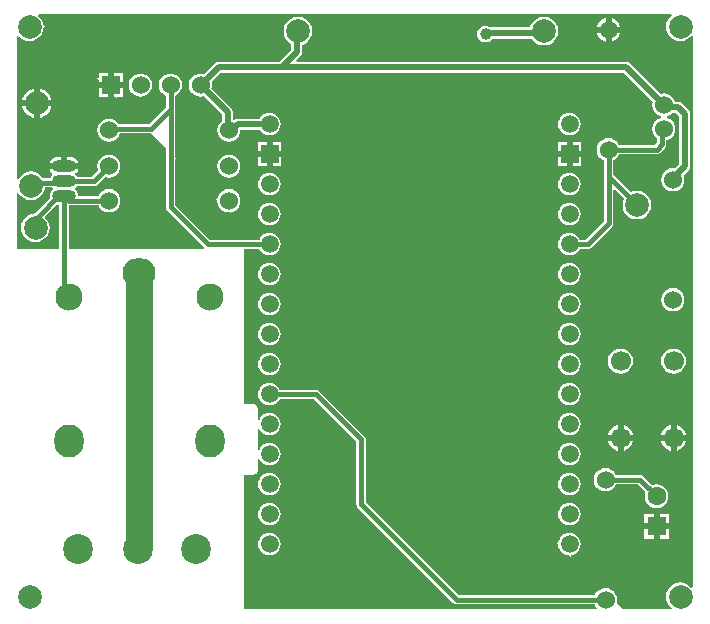
<source format=gtl>
%FSTAX23Y23*%
%MOIN*%
%SFA1B1*%

%IPPOS*%
%ADD14C,0.078740*%
%ADD29C,0.015000*%
%ADD30C,0.020000*%
%ADD31C,0.090000*%
%ADD32O,0.079000X0.042000*%
%ADD33C,0.066930*%
%ADD34C,0.060000*%
%ADD35C,0.059060*%
%ADD36R,0.059060X0.059060*%
%ADD37R,0.062990X0.062990*%
%ADD38C,0.062990*%
%ADD39O,0.098430X0.110240*%
%ADD40C,0.090550*%
%ADD41O,0.110240X0.098430*%
%ADD42R,0.060000X0.060000*%
%ADD43C,0.099610*%
%ADD44C,0.039370*%
%LNboard-1*%
%LPD*%
G36*
X0219Y01986D02*
X02186Y01983D01*
X02178Y01973*
X02173Y01962*
X02172Y0195*
X02173Y01937*
X02178Y01926*
X02186Y01916*
X02196Y01908*
X02207Y01903*
X0222Y01902*
X02232Y01903*
X02243Y01908*
X02253Y01916*
X02256Y0192*
X02261Y01918*
Y00081*
X02256Y00079*
X02253Y00083*
X02243Y00091*
X02232Y00096*
X0222Y00097*
X02207Y00096*
X02196Y00091*
X02186Y00083*
X02178Y00073*
X02173Y00062*
X02172Y0005*
X02173Y00037*
X02178Y00026*
X02186Y00016*
X0219Y00013*
X02188Y00008*
X02027*
X02006Y00028*
X02007Y0003*
X02008Y0004*
X02007Y00049*
X02003Y00059*
X01997Y00067*
X01989Y00073*
X01979Y00077*
X0197Y00078*
X0196Y00077*
X01959Y00076*
X01955Y00079*
X01954Y00074*
X0195Y00073*
X01942Y00067*
X01936Y00059*
X01935Y00055*
X01481*
X0117Y00366*
Y00575*
X01169Y00581*
X01166Y00586*
X01016Y00736*
X01011Y00739*
X01005Y0074*
X00884*
X00882Y00743*
X00876Y00751*
X00868Y00757*
X00859Y00761*
X0085Y00762*
X0084Y00761*
X00831Y00757*
X00823Y00751*
X00817Y00743*
X00813Y00734*
X00812Y00725*
X00813Y00715*
X00817Y00706*
X00823Y00698*
X00831Y00692*
X0084Y00688*
X0085Y00687*
X00859Y00688*
X00868Y00692*
X00876Y00698*
X00882Y00706*
X00884Y00709*
X00998*
X01139Y00568*
Y0036*
X0114Y00353*
X01143Y00348*
X01463Y00028*
X01468Y00025*
X01475Y00024*
X01935*
X01936Y0002*
X01942Y00013*
X01942Y00011*
X01941Y00008*
X00765*
Y00456*
X00794*
X00797Y00457*
X00801Y00458*
X00804Y0046*
X00807Y00463*
X00808Y00466*
X0081Y00469*
X0081Y00473*
Y00508*
X00815Y00509*
X00817Y00506*
X00823Y00498*
X00831Y00492*
X0084Y00488*
X0085Y00487*
X00859Y00488*
X00868Y00492*
X00876Y00498*
X00882Y00506*
X00886Y00515*
X00887Y00525*
X00886Y00534*
X00882Y00543*
X00876Y00551*
X00868Y00557*
X00859Y00561*
X0085Y00562*
X0084Y00561*
X00831Y00557*
X00823Y00551*
X00817Y00543*
X00815Y0054*
X0081Y00541*
Y00608*
X00815Y00609*
X00817Y00606*
X00823Y00598*
X00831Y00592*
X0084Y00588*
X0085Y00587*
X00859Y00588*
X00868Y00592*
X00876Y00598*
X00882Y00606*
X00886Y00615*
X00887Y00625*
X00886Y00634*
X00882Y00643*
X00876Y00651*
X00868Y00657*
X00859Y00661*
X0085Y00662*
X0084Y00661*
X00831Y00657*
X00823Y00651*
X00817Y00643*
X00815Y0064*
X0081Y00641*
Y00676*
X0081Y0068*
X00808Y00683*
X00807Y00686*
X00804Y00689*
X00801Y00691*
X00797Y00692*
X00794Y00693*
X00765*
Y01209*
X00815*
X00817Y01206*
X00823Y01198*
X00831Y01192*
X0084Y01188*
X0085Y01187*
X00858Y01188*
X00862Y01184*
X00863Y0119*
X00868Y01192*
X00876Y01198*
X00882Y01206*
X00886Y01215*
X00887Y01225*
X00886Y01234*
X00882Y01243*
X00876Y01251*
X00868Y01257*
X00859Y01261*
X0085Y01262*
X0084Y01261*
X00831Y01257*
X00823Y01251*
X00817Y01243*
X00815Y0124*
X00806*
X0074Y01307*
X00802Y01245*
X008Y0124*
X00651*
X00535Y01356*
Y01507*
X0054Y01509*
X00586Y01462*
X00535Y01514*
Y01675*
Y0172*
X00539Y01721*
X00547Y01727*
X00553Y01735*
X00557Y01745*
X00558Y01755*
X00557Y01764*
X00553Y01774*
X00547Y01782*
X00539Y01788*
X00529Y01792*
X0052Y01793*
X0051Y01792*
X005Y01788*
X00492Y01782*
X00486Y01774*
X00482Y01764*
X00481Y01755*
X00482Y01745*
X00486Y01735*
X00492Y01727*
X005Y01721*
X00504Y0172*
Y01681*
X00448Y01625*
X00425*
X0042Y0163*
X00418Y01625*
X00346*
X00342Y01632*
X00334Y01638*
X00324Y01642*
X00315Y01643*
X00305Y01642*
X00295Y01638*
X00287Y01632*
X00281Y01624*
X00277Y01614*
X00276Y01605*
X00277Y01595*
X00281Y01585*
X00287Y01577*
X00295Y01571*
X00305Y01567*
X00315Y01566*
X00324Y01567*
X00334Y01571*
X00342Y01577*
X00348Y01585*
X00351Y01594*
X00455*
X00456Y01594*
X00504Y01546*
Y0135*
X00505Y01343*
X00508Y01338*
X00632Y01215*
X00631Y0121*
X0063Y0121*
X0018*
Y01354*
X0028*
X00281Y0135*
X00287Y01342*
X00295Y01336*
X00305Y01332*
X00315Y01331*
X00324Y01332*
X00334Y01336*
X00342Y01342*
X00348Y0135*
X00352Y0136*
X00353Y0137*
X00352Y01379*
X00348Y01389*
X00342Y01397*
X00334Y01403*
X00324Y01407*
X00315Y01408*
X00305Y01407*
X00295Y01403*
X00287Y01397*
X00281Y01389*
X0028Y01385*
X00212*
X00211Y01392*
X00208Y01399*
X00204Y01405*
X00201Y01407*
Y01412*
X00204Y01414*
X00207Y01419*
X00265*
X00271Y0142*
X00276Y01423*
X00301Y01449*
X00305Y01447*
X00315Y01446*
X00324Y01447*
X00334Y01451*
X00342Y01457*
X00348Y01465*
X00352Y01475*
X00353Y01485*
X00352Y01494*
X00348Y01504*
X00342Y01512*
X00334Y01518*
X00324Y01522*
X00315Y01523*
X00305Y01522*
X00295Y01518*
X00287Y01512*
X00281Y01504*
X00277Y01494*
X00276Y01485*
X00277Y01475*
X00279Y01471*
X00258Y0145*
X00207*
X00204Y01455*
X00203Y01456*
Y01461*
X00205Y01462*
X0021Y01469*
X00212Y01475*
X00165*
X00117*
X00119Y01469*
X00124Y01462*
X00126Y01461*
Y01456*
X00125Y01455*
X00121Y01449*
X00119Y01445*
X00095*
X00088Y01453*
X00078Y01461*
X00067Y01466*
X00055Y01467*
X00042Y01466*
X00031Y01461*
X00021Y01453*
X00013Y01443*
X00013Y01442*
X00008Y01443*
Y01918*
X00013Y0192*
X00016Y01916*
X00026Y01908*
X00037Y01903*
X0005Y01902*
X00062Y01903*
X00073Y01908*
X00083Y01916*
X00091Y01926*
X00096Y01937*
X00097Y01949*
X00099Y0195*
X00102Y01952*
X00096Y01957*
X00096Y01962*
X00091Y01973*
X00083Y01983*
X00079Y01986*
X00081Y01991*
X02188*
X0219Y01986*
G37*
G36*
X00128Y01412D02*
Y01407D01*
X00125Y01405*
X00121Y01399*
X00118Y01392*
X00117Y01385*
X00118Y01378*
X00071Y01331*
X00068Y01327*
X00057Y01326*
X00046Y01321*
X00036Y01313*
X00028Y01303*
X00023Y01292*
X00022Y0128*
X00023Y01267*
X00028Y01256*
X00036Y01246*
X00046Y01238*
X00057Y01233*
X0007Y01232*
X00082Y01233*
X00093Y01238*
X00103Y01246*
X00111Y01256*
X00116Y01267*
X00117Y0128*
X00116Y01292*
X00111Y01303*
X00103Y01313*
X00103Y01314*
X00102Y01319*
X0014Y01356*
X00146Y01355*
X00149*
Y0121*
X00008*
Y01396*
X00013Y01397*
X00013Y01396*
X00021Y01386*
X00031Y01378*
X00042Y01373*
X00055Y01372*
X00067Y01373*
X00078Y01378*
X00088Y01386*
X00096Y01396*
X00101Y01407*
X00101Y01414*
X00126*
X00128Y01412*
G37*
%LNboard-2*%
%LPC*%
G36*
X0199Y01979D02*
Y0195D01*
X02019*
X02018Y0195*
X02014Y0196*
X02008Y01968*
X02Y01974*
X0199Y01978*
X0199Y01979*
G37*
G36*
X0197D02*
X01969Y01978D01*
X01959Y01974*
X01951Y01968*
X01945Y0196*
X01941Y0195*
X0194Y0195*
X0197*
Y01979*
G37*
G36*
X01765Y01982D02*
X01752Y01981D01*
X01741Y01976*
X01731Y01968*
X01723Y01958*
X01718Y01947*
X01718Y01947*
X01586*
X01583Y01949*
X01577Y01951*
X0157Y01952*
X01562Y01951*
X01556Y01949*
X0155Y01944*
X01545Y01938*
X01543Y01932*
X01542Y01925*
X01543Y01917*
X01545Y01911*
X0155Y01905*
X01556Y019*
X01562Y01898*
X0157Y01897*
X01577Y01898*
X01583Y019*
X01589Y01905*
X01593Y0191*
X01724*
X01731Y01901*
X01741Y01893*
X01752Y01888*
X01765Y01887*
X01777Y01888*
X01788Y01893*
X01798Y01901*
X01806Y01911*
X01811Y01922*
X01812Y01935*
X01811Y01947*
X01806Y01958*
X01798Y01968*
X01788Y01976*
X01777Y01981*
X01765Y01982*
G37*
G36*
X02019Y0193D02*
X0199D01*
Y019*
X0199Y01901*
X02Y01905*
X02008Y01911*
X02014Y01919*
X02018Y01929*
X02019Y0193*
G37*
G36*
X0197D02*
X0194D01*
X01941Y01929*
X01945Y01919*
X01951Y01911*
X01959Y01905*
X01969Y01901*
X0197Y019*
Y0193*
G37*
G36*
X0036Y01795D02*
X0033D01*
Y01765*
X0036*
Y01795*
G37*
G36*
X0031D02*
X0028D01*
Y01779*
X00275Y01777*
X0028Y01772*
Y01765*
X0031*
Y01795*
G37*
G36*
X0042Y01793D02*
X0041Y01792D01*
X004Y01788*
X00392Y01782*
X00386Y01774*
X00382Y01764*
X00381Y01755*
X00382Y01745*
X00386Y01735*
X00392Y01727*
X004Y01721*
X0041Y01717*
X0042Y01716*
X00429Y01717*
X00439Y01721*
X00447Y01727*
X00453Y01735*
X00457Y01745*
X00458Y01755*
X00457Y01764*
X00453Y01774*
X00447Y01782*
X00439Y01788*
X00429Y01792*
X0042Y01793*
G37*
G36*
X0031Y01745D02*
X0028D01*
Y01715*
X0031*
Y01745*
G37*
G36*
X0036D02*
X0033D01*
Y01715*
X00337*
X00344Y01707*
X00341Y0171*
X00343Y01715*
X0036*
Y01745*
G37*
G36*
X00085Y01743D02*
Y01705D01*
X00123*
X00123Y01707*
X00118Y01719*
X0011Y0173*
X00099Y01738*
X00087Y01743*
X00085Y01743*
G37*
G36*
X00065D02*
X00062Y01743D01*
X0005Y01738*
X00039Y0173*
X00031Y01719*
X00026Y01707*
X00026Y01705*
X00065*
Y01743*
G37*
G36*
X00347Y01705D02*
X00353Y01698D01*
X00347Y01705*
G37*
G36*
X00357Y01694D02*
X00363Y01688D01*
X00357Y01694*
G37*
G36*
X00366Y01685D02*
X00372Y01678D01*
X00366Y01685*
G37*
G36*
X00373Y01677D02*
X00376Y01675D01*
X00373Y01677*
G37*
G36*
X00378Y01672D02*
X00382Y01669D01*
X00378Y01672*
G37*
G36*
X00384Y01667D02*
X00386Y01665D01*
X00384Y01667*
G37*
G36*
X00388Y01662D02*
X00389Y01661D01*
X00388Y01662*
G37*
G36*
X0039Y01661D02*
X00391Y0166D01*
X0039Y01661*
G37*
G36*
X00391Y01659D02*
X00394Y01657D01*
X00391Y01659*
G37*
G36*
X00396Y01655D02*
X00399Y01652D01*
X00396Y01655*
G37*
G36*
X00399Y01651D02*
X00399Y01651D01*
X00399Y01651*
G37*
G36*
X00402Y01649D02*
X00402Y01649D01*
X00402Y01649*
G37*
G36*
X00404Y01646D02*
X00404Y01646D01*
X00404Y01646*
G37*
G36*
X00123Y01685D02*
X00085D01*
Y01646*
X00087Y01646*
X00099Y01651*
X0011Y01659*
X00118Y0167*
X00123Y01682*
X00123Y01685*
G37*
G36*
X00065D02*
X00026D01*
X00026Y01682*
X00031Y0167*
X00039Y01659*
X0005Y01651*
X00062Y01646*
X00065Y01646*
Y01685*
G37*
G36*
X00407Y01643D02*
X00408Y01643D01*
X00407Y01643*
G37*
G36*
X00408Y01643D02*
X00409Y01642D01*
X00408Y01643*
G37*
G36*
X0041Y0164D02*
X00412Y01638D01*
X0041Y0164*
G37*
G36*
X00413Y01638D02*
X00416Y01634D01*
X00413Y01638*
G37*
G36*
X00416Y01634D02*
X00419Y01632D01*
X00416Y01634*
G37*
G36*
X0185Y01662D02*
X0184Y01661D01*
X01831Y01657*
X01823Y01651*
X01817Y01643*
X01813Y01634*
X01812Y01625*
X01813Y01615*
X01817Y01606*
X01823Y01598*
X01831Y01592*
X0184Y01588*
X0185Y01587*
X01859Y01588*
X01868Y01592*
X01876Y01598*
X01882Y01606*
X01886Y01615*
X01887Y01625*
X01886Y01634*
X01882Y01643*
X01876Y01651*
X01868Y01657*
X01859Y01661*
X0185Y01662*
G37*
G36*
X01889Y01564D02*
X0186D01*
Y01535*
X01889*
Y01564*
G37*
G36*
X00889D02*
X0086D01*
Y01535*
X00889*
Y01564*
G37*
G36*
X0184D02*
X0181D01*
Y01535*
X0184*
Y01564*
G37*
G36*
X0084D02*
X0081D01*
Y01535*
X0084*
Y01564*
G37*
G36*
X00183Y01516D02*
X00175D01*
Y01495*
X00212*
X0021Y015*
X00205Y01507*
X00199Y01512*
X00191Y01515*
X00183Y01516*
G37*
G36*
X00155D02*
X00146D01*
X00138Y01515*
X0013Y01512*
X00124Y01507*
X00119Y015*
X00117Y01495*
X00155*
Y01516*
G37*
G36*
X01889Y01515D02*
X0186D01*
Y01485*
X01889*
Y01515*
G37*
G36*
X0184D02*
X0181D01*
Y01485*
X0184*
Y01515*
G37*
G36*
X00889D02*
X0086D01*
Y01485*
X00889*
Y01515*
G37*
G36*
X0084D02*
X0081D01*
Y01485*
X0084*
Y01515*
G37*
G36*
X00945Y01982D02*
X00932Y01981D01*
X00921Y01976*
X00911Y01968*
X00903Y01958*
X00898Y01947*
X00897Y01935*
X00898Y01922*
X00903Y01911*
X00911Y01901*
X00921Y01893*
X00922Y01893*
Y01873*
X00882Y01833*
X0068*
X00672Y01831*
X00667Y01827*
X0063Y01791*
X00629Y01792*
X0062Y01793*
X0061Y01792*
X006Y01788*
X00592Y01782*
X00586Y01774*
X00582Y01764*
X00581Y01755*
X00582Y01745*
X00586Y01735*
X00592Y01727*
X006Y01721*
X0061Y01717*
X0062Y01716*
X00629Y01717*
X0063Y01718*
X00691Y01657*
Y01634*
X00687Y01632*
X00681Y01624*
X00677Y01614*
X00676Y01605*
X00677Y01595*
X00681Y01585*
X00687Y01577*
X00695Y01571*
X00705Y01567*
X00715Y01566*
X00724Y01567*
X00734Y01571*
X00742Y01577*
X00748Y01585*
X00752Y01595*
X00753Y01605*
X00758Y01606*
X00816*
X00817Y01606*
X00823Y01598*
X00831Y01592*
X0084Y01588*
X0085Y01587*
X00859Y01588*
X00868Y01592*
X00876Y01598*
X00882Y01606*
X00886Y01615*
X00887Y01625*
X00886Y01634*
X00882Y01643*
X00876Y01651*
X00868Y01657*
X00859Y01661*
X0085Y01662*
X0084Y01661*
X00831Y01657*
X00823Y01651*
X00817Y01643*
X00816Y01643*
X00745*
X00738Y01641*
X00733Y01638*
X00728Y0164*
Y01665*
X00726Y01672*
X00722Y01677*
X00656Y01744*
X00657Y01745*
X00658Y01755*
X00657Y01764*
X00656Y01765*
X00687Y01796*
X02031*
X02128Y01699*
X02127Y01698*
X02126Y01688*
X02127Y01678*
X02131Y01669*
X02137Y01661*
X02145Y01655*
X02154Y01651*
X02155Y01649*
Y01649*
X02154Y01646*
X02145Y01643*
X02137Y01637*
X02131Y01629*
X02127Y01619*
X02126Y0161*
X02127Y016*
X02131Y0159*
X02137Y01582*
X02141Y01579*
Y01564*
X02133Y01555*
X02014*
X02013Y01559*
X02007Y01567*
X01999Y01573*
X01989Y01577*
X0198Y01578*
X0197Y01577*
X0196Y01573*
X01952Y01567*
X01946Y01559*
X01942Y01549*
X01941Y0154*
X01942Y0153*
X01946Y0152*
X01952Y01512*
X0196Y01506*
X01964Y01505*
Y0145*
Y01301*
X01903Y0124*
X01884*
X01882Y01243*
X01876Y01251*
X01868Y01257*
X01859Y01261*
X0185Y01262*
X0184Y01261*
X01831Y01257*
X01823Y01251*
X01817Y01243*
X01813Y01234*
X01812Y01225*
X01813Y01215*
X01817Y01206*
X01823Y01198*
X01831Y01192*
X0184Y01188*
X0185Y01187*
X01859Y01188*
X01868Y01192*
X01876Y01198*
X01882Y01206*
X01884Y01209*
X0191*
X01916Y0121*
X01921Y01213*
X01991Y01283*
X01994Y01288*
X01995Y01295*
Y01405*
X02Y01407*
X02032Y01375*
X02028Y01367*
X02027Y01355*
X02028Y01342*
X02033Y01331*
X02041Y01321*
X02051Y01313*
X02062Y01308*
X02075Y01307*
X02087Y01308*
X02098Y01313*
X02108Y01321*
X02116Y01331*
X02121Y01342*
X02122Y01355*
X02121Y01367*
X02116Y01378*
X02108Y01388*
X02098Y01396*
X02087Y01401*
X02075Y01402*
X02062Y01401*
X02054Y01397*
X01995Y01456*
Y01505*
X01999Y01506*
X02007Y01512*
X02013Y0152*
X02014Y01524*
X0214*
X02146Y01525*
X02151Y01528*
X02168Y01546*
X02172Y01551*
X02173Y01557*
Y01572*
X02174Y01572*
X02184Y01576*
X02192Y01582*
X02198Y0159*
X02202Y016*
X02203Y0161*
X02202Y01619*
X02198Y01629*
X02192Y01637*
X02184Y01643*
X02175Y01646*
X02174Y01649*
Y01649*
X02175Y01651*
X02184Y01655*
X02192Y01661*
X02192Y01662*
X02206*
X02216Y01652*
Y01492*
X02201Y01477*
X02195Y01478*
X02185Y01477*
X02175Y01473*
X02167Y01467*
X02161Y01459*
X02157Y01449*
X02156Y0144*
X02157Y0143*
X02161Y0142*
X02167Y01412*
X02175Y01406*
X02185Y01402*
X02195Y01401*
X02204Y01402*
X02214Y01406*
X02222Y01412*
X02228Y0142*
X02232Y0143*
X02233Y0144*
X02232Y01449*
X0223Y01454*
X02247Y01471*
X02251Y01477*
X02253Y01484*
Y0166*
X02251Y01667*
X02247Y01672*
X02226Y01694*
X0222Y01698*
X02213Y01699*
X02201*
X02198Y01707*
X02192Y01715*
X02184Y01721*
X02174Y01725*
X02165Y01727*
X02155Y01725*
X02154Y01725*
X02051Y01827*
X02045Y01831*
X02038Y01833*
X0094*
X00938Y01837*
X00953Y01852*
X00957Y01858*
X00958Y01865*
Y01889*
X00968Y01893*
X00978Y01901*
X00986Y01911*
X00991Y01922*
X00992Y01935*
X00991Y01947*
X00986Y01958*
X00978Y01968*
X00968Y01976*
X00957Y01981*
X00945Y01982*
G37*
G36*
X00715Y01523D02*
X00705Y01522D01*
X00695Y01518*
X00687Y01512*
X00681Y01504*
X00677Y01494*
X00676Y01485*
X00677Y01475*
X00681Y01465*
X00687Y01457*
X00695Y01451*
X00705Y01447*
X00715Y01446*
X00724Y01447*
X00734Y01451*
X00742Y01457*
X00748Y01465*
X00752Y01475*
X00753Y01485*
X00752Y01494*
X00748Y01504*
X00742Y01512*
X00734Y01518*
X00724Y01522*
X00715Y01523*
G37*
G36*
X0185Y01462D02*
X0184Y01461D01*
X01831Y01457*
X01823Y01451*
X01817Y01443*
X01813Y01434*
X01812Y01425*
X01813Y01415*
X01817Y01406*
X01823Y01398*
X01831Y01392*
X0184Y01388*
X0185Y01387*
X01859Y01388*
X01868Y01392*
X01876Y01398*
X01882Y01406*
X01886Y01415*
X01887Y01425*
X01886Y01434*
X01882Y01443*
X01876Y01451*
X01868Y01457*
X01859Y01461*
X0185Y01462*
G37*
G36*
X0085D02*
X0084Y01461D01*
X00831Y01457*
X00823Y01451*
X00817Y01443*
X00813Y01434*
X00812Y01425*
X00813Y01415*
X00817Y01406*
X00823Y01398*
X00831Y01392*
X0084Y01388*
X0085Y01387*
X00859Y01388*
X00868Y01392*
X00876Y01398*
X00882Y01406*
X00886Y01415*
X00887Y01425*
X00886Y01434*
X00882Y01443*
X00876Y01451*
X00868Y01457*
X00859Y01461*
X0085Y01462*
G37*
G36*
X00715Y01408D02*
X00705Y01407D01*
X00695Y01403*
X00687Y01397*
X00681Y01389*
X00677Y01379*
X00677Y01377*
X00672Y01375*
X00676Y01371*
X00676Y0137*
X00677Y0136*
X00681Y0135*
X00687Y01342*
X00695Y01336*
X00705Y01332*
X00715Y01331*
X00716Y01331*
X0072Y01327*
X00722Y01332*
X00724Y01332*
X00734Y01336*
X00742Y01342*
X00748Y0135*
X00752Y0136*
X00753Y0137*
X00752Y01379*
X00748Y01389*
X00742Y01397*
X00734Y01403*
X00724Y01407*
X00715Y01408*
G37*
G36*
X0185Y01362D02*
X0184Y01361D01*
X01831Y01357*
X01823Y01351*
X01817Y01343*
X01813Y01334*
X01812Y01325*
X01813Y01315*
X01817Y01306*
X01823Y01298*
X01831Y01292*
X0184Y01288*
X0185Y01287*
X01859Y01288*
X01868Y01292*
X01876Y01298*
X01882Y01306*
X01886Y01315*
X01887Y01325*
X01886Y01334*
X01882Y01343*
X01876Y01351*
X01868Y01357*
X01859Y01361*
X0185Y01362*
G37*
G36*
X0085D02*
X0084Y01361D01*
X00831Y01357*
X00823Y01351*
X00817Y01343*
X00813Y01334*
X00812Y01325*
X00813Y01315*
X00817Y01306*
X00823Y01298*
X00831Y01292*
X0084Y01288*
X0085Y01287*
X00859Y01288*
X00868Y01292*
X00876Y01298*
X00882Y01306*
X00886Y01315*
X00887Y01325*
X00886Y01334*
X00882Y01343*
X00876Y01351*
X00868Y01357*
X00859Y01361*
X0085Y01362*
G37*
G36*
X00883Y01162D02*
X00885Y01161D01*
X00883Y01162*
G37*
G36*
X00902Y01143D02*
X00911Y01134D01*
X00902Y01143*
G37*
G36*
X00947Y01098D02*
X00953Y01092D01*
X00947Y01098*
G37*
G36*
X0185Y01162D02*
X0184Y01161D01*
X01831Y01157*
X01823Y01151*
X01817Y01143*
X01813Y01134*
X01812Y01125*
X01813Y01115*
X01817Y01106*
X01823Y01098*
X01831Y01092*
X0184Y01088*
X0185Y01087*
X01859Y01088*
X01868Y01092*
X01876Y01098*
X01882Y01106*
X01886Y01115*
X01887Y01125*
X01886Y01134*
X01882Y01143*
X01876Y01151*
X01868Y01157*
X01859Y01161*
X0185Y01162*
G37*
G36*
X0085D02*
X0084Y01161D01*
X00831Y01157*
X00823Y01151*
X00817Y01143*
X00813Y01134*
X00812Y01125*
X00813Y01115*
X00817Y01106*
X00823Y01098*
X00831Y01092*
X0084Y01088*
X0085Y01087*
X00859Y01088*
X00868Y01092*
X00876Y01098*
X00882Y01106*
X00886Y01115*
X00887Y01125*
X00886Y01134*
X00882Y01143*
X00876Y01151*
X00868Y01157*
X00859Y01161*
X0085Y01162*
G37*
G36*
X00968Y01077D02*
X00972Y01073D01*
X00968Y01077*
G37*
G36*
X01024Y0102D02*
X01029Y01015D01*
X01024Y0102*
G37*
G36*
X02195Y01078D02*
X02185Y01077D01*
X02175Y01073*
X02167Y01067*
X02161Y01059*
X02157Y01049*
X02156Y0104*
X02157Y0103*
X02161Y0102*
X02167Y01012*
X02175Y01006*
X02185Y01002*
X02195Y01001*
X02204Y01002*
X02214Y01006*
X02222Y01012*
X02228Y0102*
X02232Y0103*
X02233Y0104*
X02232Y01049*
X02228Y01059*
X02222Y01067*
X02214Y01073*
X02204Y01077*
X02195Y01078*
G37*
G36*
X0185Y01062D02*
X0184Y01061D01*
X01831Y01057*
X01823Y01051*
X01817Y01043*
X01813Y01034*
X01812Y01025*
X01813Y01015*
X01817Y01006*
X01823Y00998*
X01831Y00992*
X0184Y00988*
X0185Y00987*
X01859Y00988*
X01868Y00992*
X01876Y00998*
X01882Y01006*
X01886Y01015*
X01887Y01025*
X01886Y01034*
X01882Y01043*
X01876Y01051*
X01868Y01057*
X01859Y01061*
X0185Y01062*
G37*
G36*
X0085D02*
X0084Y01061D01*
X00831Y01057*
X00823Y01051*
X00817Y01043*
X00813Y01034*
X00812Y01025*
X00813Y01015*
X00817Y01006*
X00823Y00998*
X00831Y00992*
X0084Y00988*
X0085Y00987*
X00859Y00988*
X00868Y00992*
X00876Y00998*
X00882Y01006*
X00886Y01015*
X00887Y01025*
X00886Y01034*
X00882Y01043*
X00876Y01051*
X00868Y01057*
X00859Y01061*
X0085Y01062*
G37*
G36*
X01119Y00925D02*
X01128Y00915D01*
X01119Y00925*
G37*
G36*
X0185Y00962D02*
X0184Y00961D01*
X01831Y00957*
X01823Y00951*
X01817Y00943*
X01813Y00934*
X01812Y00925*
X01813Y00915*
X01817Y00906*
X01823Y00898*
X01831Y00892*
X0184Y00888*
X0185Y00887*
X01859Y00888*
X01868Y00892*
X01876Y00898*
X01882Y00906*
X01886Y00915*
X01887Y00925*
X01886Y00934*
X01882Y00943*
X01876Y00951*
X01868Y00957*
X01859Y00961*
X0185Y00962*
G37*
G36*
X0085D02*
X0084Y00961D01*
X00831Y00957*
X00823Y00951*
X00817Y00943*
X00813Y00934*
X00812Y00925*
X00813Y00915*
X00817Y00906*
X00823Y00898*
X00831Y00892*
X0084Y00888*
X0085Y00887*
X00859Y00888*
X00868Y00892*
X00876Y00898*
X00882Y00906*
X00886Y00915*
X00887Y00925*
X00886Y00934*
X00882Y00943*
X00876Y00951*
X00868Y00957*
X00859Y00961*
X0085Y00962*
G37*
G36*
X01219Y00824D02*
X01227Y00815D01*
X01219Y00824*
G37*
G36*
X01236Y00806D02*
X01237Y00805D01*
X01236Y00806*
G37*
G36*
X02197Y00876D02*
X02186Y00875D01*
X02176Y00871*
X02167Y00864*
X0216Y00855*
X02156Y00845*
X02155Y00835*
X02156Y00824*
X0216Y00814*
X02167Y00805*
X02176Y00798*
X02186Y00794*
X02197Y00793*
X02207Y00794*
X02218Y00798*
X02226Y00805*
X02233Y00814*
X02237Y00824*
X02238Y00835*
X02237Y00845*
X02233Y00855*
X02226Y00864*
X02218Y00871*
X02207Y00875*
X02197Y00876*
G37*
G36*
X0202D02*
X02009Y00875D01*
X01999Y00871*
X0199Y00864*
X01983Y00855*
X01979Y00845*
X01978Y00835*
X01979Y00824*
X01983Y00814*
X0199Y00805*
X01999Y00798*
X02009Y00794*
X0202Y00793*
X0203Y00794*
X0204Y00798*
X02049Y00805*
X02056Y00814*
X0206Y00824*
X02061Y00835*
X0206Y00845*
X02056Y00855*
X02049Y00864*
X0204Y00871*
X0203Y00875*
X0202Y00876*
G37*
G36*
X0185Y00862D02*
X0184Y00861D01*
X01831Y00857*
X01823Y00851*
X01817Y00843*
X01813Y00834*
X01812Y00825*
X01813Y00815*
X01817Y00806*
X01823Y00798*
X01831Y00792*
X0184Y00788*
X0185Y00787*
X01859Y00788*
X01868Y00792*
X01876Y00798*
X01882Y00806*
X01886Y00815*
X01887Y00825*
X01886Y00834*
X01882Y00843*
X01876Y00851*
X01868Y00857*
X01859Y00861*
X0185Y00862*
G37*
G36*
X0085D02*
X0084Y00861D01*
X00831Y00857*
X00823Y00851*
X00817Y00843*
X00813Y00834*
X00812Y00825*
X00813Y00815*
X00817Y00806*
X00823Y00798*
X00831Y00792*
X0084Y00788*
X0085Y00787*
X00859Y00788*
X00868Y00792*
X00876Y00798*
X00882Y00806*
X00886Y00815*
X00887Y00825*
X00886Y00834*
X00882Y00843*
X00876Y00851*
X00868Y00857*
X00859Y00861*
X0085Y00862*
G37*
G36*
X01317Y00725D02*
X01326Y00715D01*
X01317Y00725*
G37*
G36*
X0185Y00762D02*
X0184Y00761D01*
X01831Y00757*
X01823Y00751*
X01817Y00743*
X01813Y00734*
X01812Y00725*
X01813Y00715*
X01817Y00706*
X01823Y00698*
X01831Y00692*
X0184Y00688*
X0185Y00687*
X01859Y00688*
X01868Y00692*
X01876Y00698*
X01882Y00706*
X01886Y00715*
X01887Y00725*
X01886Y00734*
X01882Y00743*
X01876Y00751*
X01868Y00757*
X01859Y00761*
X0185Y00762*
G37*
G36*
X01355Y00686D02*
X01358Y00683D01*
X01355Y00686*
G37*
G36*
X0138Y00661D02*
X01383Y00657D01*
X0138Y00661*
G37*
G36*
X01419Y00621D02*
D01*
G37*
G36*
X01424Y00617D02*
X01425Y00615D01*
X01424Y00617*
G37*
G36*
X01432Y00609D02*
X01433Y00608D01*
X01432Y00609*
G37*
G36*
X0145Y0059D02*
X01451Y00589D01*
X0145Y0059*
G37*
G36*
X02207Y00621D02*
Y00589D01*
X02239*
X02239Y0059*
X02235Y00601*
X02228Y0061*
X02219Y00617*
X02208Y00621*
X02207Y00621*
G37*
G36*
X0203D02*
Y00589D01*
X02062*
X02062Y0059*
X02057Y00601*
X02051Y0061*
X02041Y00617*
X02031Y00621*
X0203Y00621*
G37*
G36*
X01451Y00589D02*
D01*
G37*
G36*
X02187Y00621D02*
X02185Y00621D01*
X02175Y00617*
X02166Y0061*
X02159Y00601*
X02154Y0059*
X02154Y00589*
X02187*
Y00621*
G37*
G36*
X0201D02*
X02008Y00621D01*
X01998Y00617*
X01989Y0061*
X01982Y00601*
X01977Y0059*
X01977Y00589*
X0201*
Y00621*
G37*
G36*
X0185Y00662D02*
X0184Y00661D01*
X01831Y00657*
X01823Y00651*
X01817Y00643*
X01813Y00634*
X01812Y00625*
X01813Y00615*
X01817Y00606*
X01823Y00598*
X01831Y00592*
X0184Y00588*
X0185Y00587*
X01859Y00588*
X01868Y00592*
X01876Y00598*
X01882Y00606*
X01886Y00615*
X01887Y00625*
X01886Y00634*
X01882Y00643*
X01876Y00651*
X01868Y00657*
X01859Y00661*
X0185Y00662*
G37*
G36*
X01465Y00575D02*
X01471Y00569D01*
X01465Y00575*
G37*
G36*
X01471Y00569D02*
D01*
G37*
G36*
X01479Y00561D02*
X01483Y00557D01*
X01479Y00561*
G37*
G36*
X01488Y00551D02*
X01492Y00548D01*
X01488Y00551*
G37*
G36*
X02239Y00569D02*
X02207D01*
Y00536*
X02208Y00536*
X02219Y00541*
X02228Y00548*
X02235Y00557*
X02239Y00567*
X02239Y00569*
G37*
G36*
X02062D02*
X0203D01*
Y00536*
X02031Y00536*
X02041Y00541*
X02051Y00548*
X02057Y00557*
X02062Y00567*
X02062Y00569*
G37*
G36*
X02187D02*
X02154D01*
X02154Y00567*
X02159Y00557*
X02166Y00548*
X02175Y00541*
X02185Y00536*
X02187Y00536*
Y00569*
G37*
G36*
X0201D02*
X01977D01*
X01977Y00567*
X01982Y00557*
X01989Y00548*
X01998Y00541*
X02008Y00536*
X0201Y00536*
Y00569*
G37*
G36*
X01503Y00536D02*
X01503Y00536D01*
X01503Y00536*
G37*
G36*
X01515Y00525D02*
X01524Y00515D01*
X01515Y00525*
G37*
G36*
X01531Y00509D02*
X01532Y00508D01*
X01531Y00509*
G37*
G36*
X0185Y00562D02*
X0184Y00561D01*
X01831Y00557*
X01823Y00551*
X01817Y00543*
X01813Y00534*
X01812Y00525*
X01813Y00515*
X01817Y00506*
X01823Y00498*
X01831Y00492*
X0184Y00488*
X0185Y00487*
X01859Y00488*
X01868Y00492*
X01876Y00498*
X01882Y00506*
X01886Y00515*
X01887Y00525*
X01886Y00534*
X01882Y00543*
X01876Y00551*
X01868Y00557*
X01859Y00561*
X0185Y00562*
G37*
G36*
X01552Y00487D02*
X01561Y00478D01*
X01552Y00487*
G37*
G36*
X01562Y00477D02*
X01566Y00473D01*
X01562Y00477*
G37*
G36*
X01573Y00466D02*
X01576Y00463D01*
X01573Y00466*
G37*
G36*
X01578Y00461D02*
X01578Y0046D01*
X01578Y00461*
G37*
G36*
X0158Y00458D02*
X01581Y00457D01*
X0158Y00458*
G37*
G36*
X01614Y00425D02*
X01615Y00424D01*
X01614Y00425*
G37*
G36*
X01618Y0042D02*
X01623Y00415D01*
X01618Y0042*
G37*
G36*
X01632Y00406D02*
X01634Y00404D01*
X01632Y00406*
G37*
G36*
X0185Y00462D02*
X0184Y00461D01*
X01831Y00457*
X01823Y00451*
X01817Y00443*
X01813Y00434*
X01812Y00425*
X01813Y00415*
X01817Y00406*
X01823Y00398*
X01831Y00392*
X0184Y00388*
X0185Y00387*
X01859Y00388*
X01868Y00392*
X01876Y00398*
X01882Y00406*
X01886Y00415*
X01887Y00425*
X01886Y00434*
X01882Y00443*
X01876Y00451*
X01868Y00457*
X01859Y00461*
X0185Y00462*
G37*
G36*
X0085D02*
X0084Y00461D01*
X00831Y00457*
X00823Y00451*
X00817Y00443*
X00813Y00434*
X00812Y00425*
X00813Y00415*
X00817Y00406*
X00823Y00398*
X00831Y00392*
X0084Y00388*
X0085Y00387*
X00859Y00388*
X00868Y00392*
X00876Y00398*
X00882Y00406*
X00886Y00415*
X00887Y00425*
X00886Y00434*
X00882Y00443*
X00876Y00451*
X00868Y00457*
X00859Y00461*
X0085Y00462*
G37*
G36*
X01653Y00385D02*
X01672Y00366D01*
X01653Y00385*
G37*
G36*
X01673Y00365D02*
X01675Y00362D01*
X01673Y00365*
G37*
G36*
X01678Y0036D02*
X01684Y00353D01*
X01678Y0036*
G37*
G36*
X0197Y00478D02*
X0196Y00477D01*
X0195Y00473*
X01942Y00467*
X01936Y00459*
X01932Y00449*
X01931Y0044*
X01932Y0043*
X01936Y0042*
X01942Y00412*
X0195Y00406*
X0196Y00402*
X0197Y00401*
X01979Y00402*
X01989Y00406*
X01997Y00412*
X02003Y0042*
X02004Y00424*
X02078*
X02103Y00399*
X02101Y00395*
X021Y00385*
X02101Y00374*
X02105Y00365*
X02111Y00356*
X0212Y0035*
X02129Y00346*
X0214Y00345*
X0215Y00346*
X02159Y0035*
X02168Y00356*
X02174Y00365*
X02178Y00374*
X02179Y00385*
X02178Y00395*
X02174Y00404*
X02168Y00413*
X02159Y00419*
X0215Y00423*
X0214Y00424*
X02129Y00423*
X02125Y00421*
X02096Y00451*
X02091Y00454*
X02085Y00455*
X02004*
X02003Y00459*
X01997Y00467*
X01989Y00473*
X01979Y00477*
X0197Y00478*
G37*
G36*
X01713Y00325D02*
X01722Y00315D01*
X01713Y00325*
G37*
G36*
X02181Y00326D02*
X0215D01*
Y00295*
X02181*
Y00326*
G37*
G36*
X01742Y00295D02*
D01*
G37*
G36*
X0213Y00326D02*
X02098D01*
Y00295*
X0213*
Y00326*
G37*
G36*
X0185Y00362D02*
X0184Y00361D01*
X01831Y00357*
X01823Y00351*
X01817Y00343*
X01813Y00334*
X01812Y00325*
X01813Y00315*
X01817Y00306*
X01823Y00298*
X01831Y00292*
X0184Y00288*
X0185Y00287*
X01859Y00288*
X01868Y00292*
X01876Y00298*
X01882Y00306*
X01886Y00315*
X01887Y00325*
X01886Y00334*
X01882Y00343*
X01876Y00351*
X01868Y00357*
X01859Y00361*
X0185Y00362*
G37*
G36*
X0085D02*
X0084Y00361D01*
X00831Y00357*
X00823Y00351*
X00817Y00343*
X00813Y00334*
X00812Y00325*
X00813Y00315*
X00817Y00306*
X00823Y00298*
X00831Y00292*
X0084Y00288*
X0085Y00287*
X00859Y00288*
X00868Y00292*
X00876Y00298*
X00882Y00306*
X00886Y00315*
X00887Y00325*
X00886Y00334*
X00882Y00343*
X00876Y00351*
X00868Y00357*
X00859Y00361*
X0085Y00362*
G37*
G36*
X0175Y00287D02*
X01762Y00275D01*
X0175Y00287*
G37*
G36*
X01762Y00275D02*
X01774Y00262D01*
X01762Y00275*
G37*
G36*
X01776Y00261D02*
X01779Y00257D01*
X01776Y00261*
G37*
G36*
X01785Y00251D02*
X01793Y00243D01*
X01785Y00251*
G37*
G36*
X02181Y00275D02*
X0215D01*
Y00243*
X02181*
Y00275*
G37*
G36*
X0213D02*
X02098D01*
Y00243*
X0213*
Y00275*
G37*
G36*
X01802Y00234D02*
X01806Y0023D01*
X01802Y00234*
G37*
G36*
X0085Y00262D02*
X0084Y00261D01*
X00831Y00257*
X00823Y00251*
X00817Y00243*
X00813Y00234*
X00812Y00225*
X00813Y00215*
X00817Y00206*
X00823Y00198*
X00831Y00192*
X0084Y00188*
X0085Y00187*
X00859Y00188*
X00868Y00192*
X00876Y00198*
X00882Y00206*
X00886Y00215*
X00887Y00225*
X00886Y00234*
X00882Y00243*
X00876Y00251*
X00868Y00257*
X00859Y00261*
X0085Y00262*
G37*
G36*
X0185D02*
X0184Y00261D01*
X01831Y00257*
X01823Y00251*
X01817Y00243*
X01813Y00234*
X01812Y0023*
X01808Y00229*
X01812Y00225*
X01812Y00225*
X01813Y00215*
X01817Y00206*
X01823Y00198*
X01831Y00192*
X0184Y00188*
X01849Y00187*
X01854Y00182*
X01855Y00187*
X01859Y00188*
X01868Y00192*
X01876Y00198*
X01882Y00206*
X01886Y00215*
X01887Y00225*
X01886Y00234*
X01882Y00243*
X01876Y00251*
X01868Y00257*
X01859Y00261*
X0185Y00262*
G37*
%LNboard-3*%
%LPD*%
G54D14*
X00055Y0142D03*
X0007Y0128D03*
X02075Y01355D03*
X01765Y01935D03*
X00075Y01695D03*
X00945Y01935D03*
X0005Y0195D03*
X0222D03*
Y0005D03*
X0005D03*
G54D29*
X00159Y01429D02*
X00165Y01435D01*
X00064Y01429D02*
X00159D01*
X00055Y0142D02*
X00064Y01429D01*
X00146Y01385D02*
X00165D01*
X00082Y0132D02*
X00146Y01385D01*
X00082Y01292D02*
Y0132D01*
X0007Y0128D02*
X00082Y01292D01*
X0198Y0145D02*
Y0154D01*
Y01295D02*
Y0145D01*
X02075Y01355*
X01155Y0036D02*
Y00575D01*
Y0036D02*
X01475Y0004D01*
X01005Y00725D02*
X01155Y00575D01*
X01475Y0004D02*
X0197D01*
X0085Y00725D02*
X01005D01*
X0197Y0044D02*
X02085D01*
X0214Y00385*
X0191Y01225D02*
X0198Y01295D01*
X0185Y01225D02*
X0191D01*
X0214Y0154D02*
X02157Y01557D01*
X0198Y0154D02*
X0214D01*
X02157Y01557D02*
Y01602D01*
X02165Y0161*
X0052Y01675D02*
Y01755D01*
Y0135D02*
Y01675D01*
X00645Y01225D02*
X0085D01*
X0052Y0135D02*
X00645Y01225D01*
X00315Y01605D02*
X0032Y0161D01*
X00455*
X0052Y01675*
X00265Y01435D02*
X00315Y01485D01*
X00165Y01435D02*
X00265D01*
X00165Y01065D02*
X0018Y0105D01*
X00165Y01065D02*
Y01385D01*
X0018Y0137*
X00315*
G54D30*
X01758Y01928D02*
X01765Y01935D01*
X01573Y01928D02*
X01758D01*
X0157Y01925D02*
X01573Y01928D01*
X0089Y01815D02*
X02038D01*
X0068D02*
X0089D01*
X0094Y0193D02*
X00945Y01935D01*
X0094Y01865D02*
Y0193D01*
X0089Y01815D02*
X0094Y01865D01*
X0062Y01755D02*
X0071Y01665D01*
Y0161D02*
Y01665D01*
Y0161D02*
X00715Y01605D01*
X00745Y01625D02*
X0085D01*
X00725Y01605D02*
X00745Y01625D01*
X00715Y01605D02*
X00725D01*
X02195Y0144D02*
Y01444D01*
X02235Y01484*
Y0166*
X02165Y01688D02*
X02172Y01681D01*
X02213*
X02235Y0166*
X0062Y01755D02*
X0068Y01815D01*
X02038D02*
X02165Y01688D01*
G54D31*
X00416Y00216D02*
Y01128D01*
X0041Y0021D02*
X00416Y00216D01*
G54D32*
X00165Y01485D03*
Y01435D03*
Y01385D03*
G54D33*
X0202Y00835D03*
Y00579D03*
X02197D03*
Y00835D03*
G54D34*
X02195Y0104D03*
Y0144D03*
X00715Y01485D03*
X00315D03*
X00715Y01605D03*
X00315D03*
X0198Y0154D03*
Y0194D03*
X0197Y0044D03*
Y0004D03*
X02165Y0161D03*
Y01688D03*
X00715Y0137D03*
X00315D03*
X0062Y01755D03*
X0052D03*
X0042D03*
G54D35*
X0085Y00225D03*
Y00325D03*
Y00425D03*
Y00525D03*
Y00625D03*
Y00725D03*
Y00825D03*
Y00925D03*
Y01025D03*
Y01125D03*
Y01225D03*
Y01325D03*
Y01425D03*
X0185Y00325D03*
Y00425D03*
Y00525D03*
Y00625D03*
Y00725D03*
Y00825D03*
Y00925D03*
Y01025D03*
Y01125D03*
Y01225D03*
Y01325D03*
Y01425D03*
X0085Y01625D03*
X0185D03*
Y00225D03*
G54D36*
X0085Y01525D03*
X0185D03*
G54D37*
X0214Y00285D03*
G54D38*
X0214Y00385D03*
G54D39*
X00652Y00569D03*
X0018D03*
G54D40*
X0018Y0105D03*
X00652D03*
G54D41*
X00416Y01128D03*
G54D42*
X0032Y01755D03*
G54D43*
X0041Y0021D03*
X00212D03*
X00605D03*
G54D44*
X0157Y01925D03*
M02*
</source>
